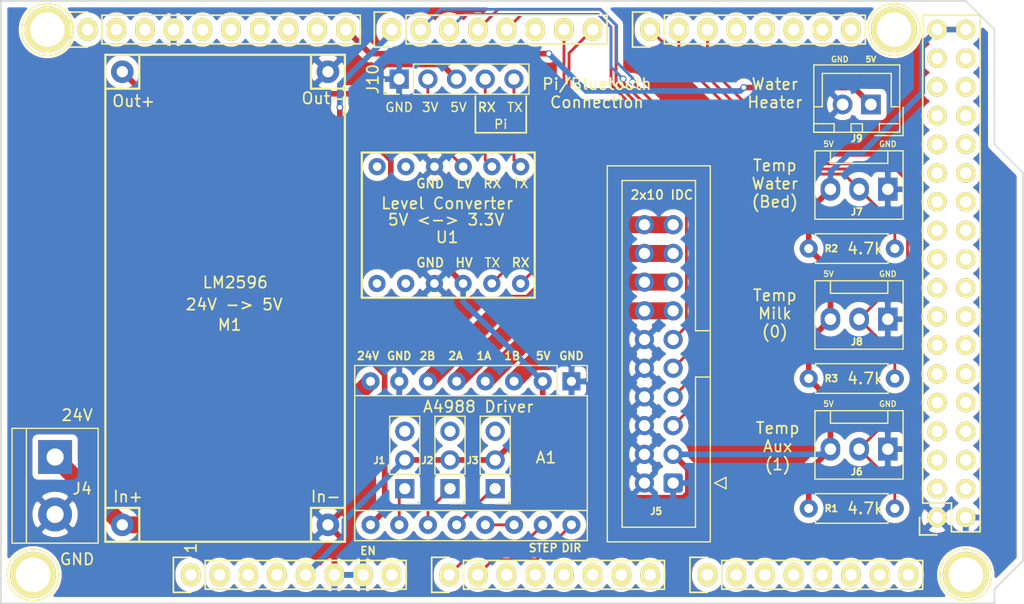
<source format=kicad_pcb>
(kicad_pcb (version 20171130) (host pcbnew 5.1.6-c6e7f7d~87~ubuntu18.04.1)
  (title_block (date "mar. 31 mars 2015"))
  (layers (0 F.Cu signal hide) (31 B.Cu signal hide) (34 B.Paste user hide) (35 F.Paste user hide) (36 B.SilkS user) (37 F.SilkS user) (38 B.Mask user) (39 F.Mask user) (44 Edge.Cuts user))
  (net 0 "")
  (net 1 GND)
  (net 2 "/52(SCK)")
  (net 3 "/53(SS)")
  (net 4 "/50(MISO)")
  (net 5 "/51(MOSI)")
  (net 6 /48)
  (net 7 /49)
  (net 8 /46)
  (net 9 /47)
  (net 10 /44)
  (net 11 /45)
  (net 12 /42)
  (net 13 /43)
  (net 14 /40)
  (net 15 /41)
  (net 16 /38)
  (net 17 /39)
  (net 18 /36)
  (net 19 /37)
  (net 20 /34)
  (net 21 /35)
  (net 22 /32)
  (net 23 /33)
  (net 24 /30)
  (net 25 /31)
  (net 26 /28)
  (net 27 /29)
  (net 28 /26)
  (net 29 /27)
  (net 30 /24)
  (net 31 /25)
  (net 32 /22)
  (net 33 /23)
  (net 34 +5V)
  (net 35 /IOREF)
  (net 36 /Reset)
  (net 37 /Vin)
  (net 38 /A2)
  (net 39 /A3)
  (net 40 /A4)
  (net 41 /A5)
  (net 42 /A6)
  (net 43 /A7)
  (net 44 /A8)
  (net 45 /A9)
  (net 46 /A10)
  (net 47 /A11)
  (net 48 /A12)
  (net 49 /A13)
  (net 50 /A14)
  (net 51 /A15)
  (net 52 /SCL)
  (net 53 /SDA)
  (net 54 /AREF)
  (net 55 "/13(**)")
  (net 56 "/12(**)")
  (net 57 "/11(**)")
  (net 58 "/10(**)")
  (net 59 "/9(**)")
  (net 60 "/2(**)")
  (net 61 "/20(SDA)")
  (net 62 "/21(SCL)")
  (net 63 "Net-(P8-Pad1)")
  (net 64 "Net-(P10-Pad1)")
  (net 65 "Net-(P11-Pad1)")
  (net 66 "Net-(P13-Pad1)")
  (net 67 "Net-(P2-Pad1)")
  (net 68 +3V3)
  (net 69 "/17(Rx2)")
  (net 70 "/18(Tx1)")
  (net 71 "/19(Rx1)")
  (net 72 EN)
  (net 73 "Net-(A1-Pad10)")
  (net 74 "Net-(A1-Pad11)")
  (net 75 "Net-(A1-Pad12)")
  (net 76 "Net-(A1-Pad13)")
  (net 77 STEP)
  (net 78 +24V)
  (net 79 DIR)
  (net 80 "Net-(J1-Pad3)")
  (net 81 "Net-(J2-Pad3)")
  (net 82 "Net-(J3-Pad3)")
  (net 83 TEMP_BED)
  (net 84 TEMP_1)
  (net 85 Heater1)
  (net 86 TEMP_0)
  (net 87 TX)
  (net 88 RX)
  (net 89 SERVO_2)
  (net 90 SERVO_0)
  (net 91 SERVO_1)
  (net 92 SERVO_3)
  (net 93 1B)
  (net 94 1A)
  (net 95 2A)
  (net 96 2B)
  (net 97 "Net-(J10-Pad5)")
  (net 98 "Net-(J10-Pad4)")
  (net 99 "Net-(J10-Pad2)")
  (net 100 "Net-(U1-Pad6)")
  (net 101 "Net-(U1-Pad5)")
  (net 102 "Net-(U1-Pad12)")
  (net 103 "Net-(U1-Pad11)")
  (module TomsPartsLibrary:LevelConverter (layer F.Cu) (at 88 11 180)
    (fp_text reference U1 (at 8 5.75) (layer F.SilkS))
    (fp_text value LevelConverter)
    (fp_text user HV (at 6.5 3.5) (layer F.SilkS) (effects (font (size 0.8 0.8))))
    (fp_text user GND (at 9.5 3.5) (layer F.SilkS) (effects (font (size 0.8 0.8))))
    (fp_text user GND (at 9.5 10.5) (layer F.SilkS) (effects (font (size 0.8 0.8))))
    (fp_text user LV (at 6.5 10.5) (layer F.SilkS) (effects (font (size 0.8 0.8))))
    (pad 6 thru_hole circle (at 14.2 12 180) (size 1.524 1.524) (drill 0.762) (layers *.Cu *.Mask) (net 100 "Net-(U1-Pad6)"))
    (pad 5 thru_hole circle (at 11.66 12 180) (size 1.524 1.524) (drill 0.762) (layers *.Cu *.Mask) (net 101 "Net-(U1-Pad5)"))
    (pad 4 thru_hole circle (at 9.12 12 180) (size 1.524 1.524) (drill 0.762) (layers *.Cu *.Mask) (net 1 GND))
    (pad 3 thru_hole circle (at 6.58 12 180) (size 1.524 1.524) (drill 0.762) (layers *.Cu *.Mask) (net 99 "Net-(J10-Pad2)"))
    (pad 2 thru_hole circle (at 4.04 12 180) (size 1.524 1.524) (drill 0.762) (layers *.Cu *.Mask) (net 98 "Net-(J10-Pad4)"))
    (pad 1 thru_hole circle (at 1.5 12 180) (size 1.524 1.524) (drill 0.762) (layers *.Cu *.Mask) (net 97 "Net-(J10-Pad5)"))
    (pad 12 thru_hole circle (at 14.21 1.66 180) (size 1.524 1.524) (drill 0.762) (layers *.Cu *.Mask) (net 102 "Net-(U1-Pad12)"))
    (pad 11 thru_hole circle (at 11.67 1.66 180) (size 1.524 1.524) (drill 0.762) (layers *.Cu *.Mask) (net 103 "Net-(U1-Pad11)"))
    (pad 10 thru_hole circle (at 9.13 1.66 180) (size 1.524 1.524) (drill 0.762) (layers *.Cu *.Mask) (net 1 GND))
    (pad 9 thru_hole circle (at 6.59 1.66 180) (size 1.524 1.524) (drill 0.762) (layers *.Cu *.Mask) (net 34 +5V))
    (pad 8 thru_hole circle (at 4.05 1.66 180) (size 1.524 1.524) (drill 0.762) (layers *.Cu *.Mask) (net 87 TX))
    (pad 7 thru_hole circle (at 1.5 1.65 180) (size 1.524 1.524) (drill 0.762) (layers *.Cu *.Mask) (net 88 RX))
  )
  (module Connector_PinHeader_2.54mm:PinHeader_1x05_P2.54mm_Vertical (layer F.Cu) (at 75.75 -8.75 90)
    (fp_text reference J10 (at 0 -2.33 90) (layer F.SilkS))
    (fp_text value Conn_01x05)
    (pad 5 thru_hole oval (at 0 10.16 90) (size 1.7 1.7) (drill 1) (layers *.Cu *.Mask) (net 97 "Net-(J10-Pad5)"))
    (pad 4 thru_hole oval (at 0 7.62 90) (size 1.7 1.7) (drill 1) (layers *.Cu *.Mask) (net 98 "Net-(J10-Pad4)"))
    (pad 3 thru_hole oval (at 0 5.08 90) (size 1.7 1.7) (drill 1) (layers *.Cu *.Mask) (net 34 +5V))
    (pad 2 thru_hole oval (at 0 2.54 90) (size 1.7 1.7) (drill 1) (layers *.Cu *.Mask) (net 99 "Net-(J10-Pad2)"))
    (pad 1 thru_hole rect (at 0 0 90) (size 1.7 1.7) (drill 1) (layers *.Cu *.Mask) (net 1 GND))
  )
  (module Connector_IDC:IDC-Header_2x10_P2.54mm_Vertical (layer F.Cu) (at 100 27 180)
    (fp_text reference J5 (at 1.5 -2.5) (layer F.SilkS) (effects (font (size 0.6 0.6))))
    (fp_text value Conn_02x10_Odd_Even)
    (pad 20 thru_hole circle (at 2.54 22.86 180) (size 1.7 1.7) (drill 1) (layers *.Cu *.Mask) (net 96 2B))
    (pad 18 thru_hole circle (at 2.54 20.32 180) (size 1.7 1.7) (drill 1) (layers *.Cu *.Mask) (net 95 2A))
    (pad 16 thru_hole circle (at 2.54 17.78 180) (size 1.7 1.7) (drill 1) (layers *.Cu *.Mask) (net 94 1A))
    (pad 14 thru_hole circle (at 2.54 15.24 180) (size 1.7 1.7) (drill 1) (layers *.Cu *.Mask) (net 93 1B))
    (pad 12 thru_hole circle (at 2.54 12.7 180) (size 1.7 1.7) (drill 1) (layers *.Cu *.Mask) (net 1 GND))
    (pad 10 thru_hole circle (at 2.54 10.16 180) (size 1.7 1.7) (drill 1) (layers *.Cu *.Mask) (net 1 GND))
    (pad 8 thru_hole circle (at 2.54 7.62 180) (size 1.7 1.7) (drill 1) (layers *.Cu *.Mask) (net 1 GND))
    (pad 6 thru_hole circle (at 2.54 5.08 180) (size 1.7 1.7) (drill 1) (layers *.Cu *.Mask) (net 1 GND))
    (pad 4 thru_hole circle (at 2.54 2.54 180) (size 1.7 1.7) (drill 1) (layers *.Cu *.Mask) (net 1 GND))
    (pad 2 thru_hole circle (at 2.54 0 180) (size 1.7 1.7) (drill 1) (layers *.Cu *.Mask) (net 1 GND))
    (pad 19 thru_hole circle (at 0 22.86 180) (size 1.7 1.7) (drill 1) (layers *.Cu *.Mask) (net 96 2B))
    (pad 17 thru_hole circle (at 0 20.32 180) (size 1.7 1.7) (drill 1) (layers *.Cu *.Mask) (net 95 2A))
    (pad 15 thru_hole circle (at 0 17.78 180) (size 1.7 1.7) (drill 1) (layers *.Cu *.Mask) (net 94 1A))
    (pad 13 thru_hole circle (at 0 15.24 180) (size 1.7 1.7) (drill 1) (layers *.Cu *.Mask) (net 93 1B))
    (pad 11 thru_hole circle (at 0 12.7 180) (size 1.7 1.7) (drill 1) (layers *.Cu *.Mask) (net 92 SERVO_3))
    (pad 9 thru_hole circle (at 0 10.16 180) (size 1.7 1.7) (drill 1) (layers *.Cu *.Mask) (net 89 SERVO_2))
    (pad 7 thru_hole circle (at 0 7.62 180) (size 1.7 1.7) (drill 1) (layers *.Cu *.Mask) (net 91 SERVO_1))
    (pad 5 thru_hole circle (at 0 5.08 180) (size 1.7 1.7) (drill 1) (layers *.Cu *.Mask) (net 90 SERVO_0))
    (pad 3 thru_hole circle (at 0 2.54 180) (size 1.7 1.7) (drill 1) (layers *.Cu *.Mask) (net 34 +5V))
    (pad 1 thru_hole roundrect (at 0 0 180) (size 1.7 1.7) (drill 1) (layers *.Cu *.Mask) (roundrect_rratio 0.147059) (net 1 GND))
  )
  (module Connectors_JST:JST_XH_B02B-XH-A_02x2.50mm_Straight (layer F.Cu) (at 117.5 -6.5 180)
    (fp_text reference J9 (at 1.25 -3) (layer F.SilkS) (effects (font (size 0.6 0.6))))
    (fp_text value "SSR Connection")
    (pad 1 thru_hole rect (at 0 0 180) (size 1.75 1.75) (drill 1.05) (layers *.Cu *.Mask) (net 85 Heater1))
    (pad 2 thru_hole circle (at 2.5 0 180) (size 1.75 1.75) (drill 1.05) (layers *.Cu *.Mask) (net 1 GND))
  )
  (module Resistors_THT:R_Axial_DIN0207_L6.3mm_D2.5mm_P7.62mm_Horizontal (layer F.Cu) (at 112 17.75)
    (fp_text reference R3 (at 2 0) (layer F.SilkS) (effects (font (size 0.6 0.6))))
    (fp_text value 4.7k)
    (pad 1 thru_hole circle (at 0 0) (size 1.6 1.6) (drill 0.8) (layers *.Cu *.Mask) (net 34 +5V))
    (pad 2 thru_hole oval (at 7.62 0) (size 1.6 1.6) (drill 0.8) (layers *.Cu *.Mask) (net 86 TEMP_0))
  )
  (module Resistors_THT:R_Axial_DIN0207_L6.3mm_D2.5mm_P7.62mm_Horizontal (layer F.Cu) (at 112 6.25)
    (fp_text reference R2 (at 2 0) (layer F.SilkS) (effects (font (size 0.6 0.6))))
    (fp_text value 4.7k)
    (pad 1 thru_hole circle (at 0 0) (size 1.6 1.6) (drill 0.8) (layers *.Cu *.Mask) (net 34 +5V))
    (pad 2 thru_hole oval (at 7.62 0) (size 1.6 1.6) (drill 0.8) (layers *.Cu *.Mask) (net 83 TEMP_BED))
  )
  (module Resistors_THT:R_Axial_DIN0207_L6.3mm_D2.5mm_P7.62mm_Horizontal (layer F.Cu) (at 112 29.25)
    (fp_text reference R1 (at 2 0) (layer F.SilkS) (effects (font (size 0.6 0.6))))
    (fp_text value 4.7k)
    (pad 1 thru_hole circle (at 0 0) (size 1.6 1.6) (drill 0.8) (layers *.Cu *.Mask) (net 34 +5V))
    (pad 2 thru_hole oval (at 7.62 0) (size 1.6 1.6) (drill 0.8) (layers *.Cu *.Mask) (net 84 TEMP_1))
  )
  (module TomsPartsLibrary:LM2596 (layer F.Cu) (at 49.75 32.2)
    (fp_text reference M1 (at 11 -19.2) (layer F.SilkS))
    (fp_text value LM2596)
    (pad 4 thru_hole circle (at 19.7 -41.6 180) (size 2 2) (drill 1) (layers *.Cu *.Mask) (net 1 GND))
    (pad 1 thru_hole circle (at 1.5 -41.6 270) (size 2 2) (drill 1) (layers *.Cu *.Mask) (net 34 +5V))
    (pad 3 thru_hole circle (at 19.7 -1.5 90) (size 2 2) (drill 1) (layers *.Cu *.Mask) (net 1 GND))
    (pad 2 thru_hole circle (at 1.5 -1.5) (size 2 2) (drill 1) (layers *.Cu *.Mask) (net 78 +24V))
  )
  (module Connectors:Fan_Pin_Header_Straight_1x03 (layer F.Cu) (at 119 12.5 270)
    (fp_text reference J8 (at 2 2.75 180) (layer F.SilkS) (effects (font (size 0.6 0.6))))
    (fp_text value "Temp0 3PinFan")
    (pad 1 thru_hole rect (at 0 0 270) (size 2.03 1.73) (drill 1.02) (layers *.Cu *.Mask) (net 1 GND))
    (pad 2 thru_hole oval (at 0 2.54 270) (size 2.03 1.73) (drill 1.02) (layers *.Cu *.Mask) (net 86 TEMP_0))
    (pad 3 thru_hole oval (at 0 5.08 270) (size 2.03 1.73) (drill 1.02) (layers *.Cu *.Mask) (net 34 +5V))
  )
  (module Connectors:Fan_Pin_Header_Straight_1x03 (layer F.Cu) (at 119 1 270)
    (fp_text reference J7 (at 2 2.75 180) (layer F.SilkS) (effects (font (size 0.6 0.6))))
    (fp_text value "TempBed 3PinFan")
    (pad 1 thru_hole rect (at 0 0 270) (size 2.03 1.73) (drill 1.02) (layers *.Cu *.Mask) (net 1 GND))
    (pad 2 thru_hole oval (at 0 2.54 270) (size 2.03 1.73) (drill 1.02) (layers *.Cu *.Mask) (net 83 TEMP_BED))
    (pad 3 thru_hole oval (at 0 5.08 270) (size 2.03 1.73) (drill 1.02) (layers *.Cu *.Mask) (net 34 +5V))
  )
  (module Connectors:Fan_Pin_Header_Straight_1x03 (layer F.Cu) (at 119 24 270)
    (fp_text reference J6 (at 2 2.75 180) (layer F.SilkS) (effects (font (size 0.6 0.6))))
    (fp_text value "Temp1 3PinFan")
    (pad 1 thru_hole rect (at 0 0 270) (size 2.03 1.73) (drill 1.02) (layers *.Cu *.Mask) (net 1 GND))
    (pad 2 thru_hole oval (at 0 2.54 270) (size 2.03 1.73) (drill 1.02) (layers *.Cu *.Mask) (net 84 TEMP_1))
    (pad 3 thru_hole oval (at 0 5.08 270) (size 2.03 1.73) (drill 1.02) (layers *.Cu *.Mask) (net 34 +5V))
  )
  (module Connectors_Terminal_Blocks:TerminalBlock_bornier-2_P5.08mm (layer F.Cu) (at 45.3 24.7 270)
    (fp_text reference J4 (at 2.8 -2.4 180) (layer F.SilkS))
    (fp_text value "Power Screw Terminal")
    (pad 1 thru_hole rect (at 0 0 270) (size 3 3) (drill 1.52) (layers *.Cu *.Mask) (net 78 +24V))
    (pad 2 thru_hole circle (at 5.08 0 270) (size 3 3) (drill 1.52) (layers *.Cu *.Mask) (net 1 GND))
  )
  (module Pin_Headers:Pin_Header_Straight_1x03_Pitch2.54mm (layer F.Cu) (at 84.25 27.5 180)
    (fp_text reference J3 (at 2 2.5) (layer F.SilkS) (effects (font (size 0.6 0.6))))
    (fp_text value "MS1 Toggle")
    (pad 1 thru_hole rect (at 0 0 180) (size 1.7 1.7) (drill 1) (layers *.Cu *.Mask) (net 75 "Net-(A1-Pad12)"))
    (pad 2 thru_hole oval (at 0 2.54 180) (size 1.7 1.7) (drill 1) (layers *.Cu *.Mask) (net 34 +5V))
    (pad 3 thru_hole oval (at 0 5.08 180) (size 1.7 1.7) (drill 1) (layers *.Cu *.Mask) (net 82 "Net-(J3-Pad3)"))
  )
  (module Pin_Headers:Pin_Header_Straight_1x03_Pitch2.54mm (layer F.Cu) (at 80.25 27.5 180)
    (fp_text reference J2 (at 2 2.5) (layer F.SilkS) (effects (font (size 0.6 0.6))))
    (fp_text value "MS2 Toggle")
    (pad 1 thru_hole rect (at 0 0 180) (size 1.7 1.7) (drill 1) (layers *.Cu *.Mask) (net 74 "Net-(A1-Pad11)"))
    (pad 2 thru_hole oval (at 0 2.54 180) (size 1.7 1.7) (drill 1) (layers *.Cu *.Mask) (net 34 +5V))
    (pad 3 thru_hole oval (at 0 5.08 180) (size 1.7 1.7) (drill 1) (layers *.Cu *.Mask) (net 81 "Net-(J2-Pad3)"))
  )
  (module Pin_Headers:Pin_Header_Straight_1x03_Pitch2.54mm (layer F.Cu) (at 76.25 27.5 180)
    (fp_text reference J1 (at 2.25 2.5) (layer F.SilkS) (effects (font (size 0.6 0.6))))
    (fp_text value "MS3 Toggle")
    (pad 1 thru_hole rect (at 0 0 180) (size 1.7 1.7) (drill 1) (layers *.Cu *.Mask) (net 73 "Net-(A1-Pad10)"))
    (pad 2 thru_hole oval (at 0 2.54 180) (size 1.7 1.7) (drill 1) (layers *.Cu *.Mask) (net 34 +5V))
    (pad 3 thru_hole oval (at 0 5.08 180) (size 1.7 1.7) (drill 1) (layers *.Cu *.Mask) (net 80 "Net-(J1-Pad3)"))
  )
  (module Modules:Pololu_Breakout-16_15.2x20.3mm (layer F.Cu) (at 91 18 270)
    (fp_text reference A1 (at 6.75 2.25 180) (layer F.SilkS))
    (fp_text value Pololu_Breakout_A4988)
    (pad 1 thru_hole rect (at 0 0 270) (size 1.6 1.6) (drill 0.8) (layers *.Cu *.Mask) (net 1 GND))
    (pad 9 thru_hole oval (at 12.7 17.78 270) (size 1.6 1.6) (drill 0.8) (layers *.Cu *.Mask) (net 72 EN))
    (pad 2 thru_hole oval (at 0 2.54 270) (size 1.6 1.6) (drill 0.8) (layers *.Cu *.Mask) (net 34 +5V))
    (pad 10 thru_hole oval (at 12.7 15.24 270) (size 1.6 1.6) (drill 0.8) (layers *.Cu *.Mask) (net 73 "Net-(A1-Pad10)"))
    (pad 3 thru_hole oval (at 0 5.08 270) (size 1.6 1.6) (drill 0.8) (layers *.Cu *.Mask) (net 93 1B))
    (pad 11 thru_hole oval (at 12.7 12.7 270) (size 1.6 1.6) (drill 0.8) (layers *.Cu *.Mask) (net 74 "Net-(A1-Pad11)"))
    (pad 4 thru_hole oval (at 0 7.62 270) (size 1.6 1.6) (drill 0.8) (layers *.Cu *.Mask) (net 94 1A))
    (pad 12 thru_hole oval (at 12.7 10.16 270) (size 1.6 1.6) (drill 0.8) (layers *.Cu *.Mask) (net 75 "Net-(A1-Pad12)"))
    (pad 5 thru_hole oval (at 0 10.16 270) (size 1.6 1.6) (drill 0.8) (layers *.Cu *.Mask) (net 95 2A))
    (pad 13 thru_hole oval (at 12.7 7.62 270) (size 1.6 1.6) (drill 0.8) (layers *.Cu *.Mask) (net 76 "Net-(A1-Pad13)"))
    (pad 6 thru_hole oval (at 0 12.7 270) (size 1.6 1.6) (drill 0.8) (layers *.Cu *.Mask) (net 96 2B))
    (pad 14 thru_hole oval (at 12.7 5.08 270) (size 1.6 1.6) (drill 0.8) (layers *.Cu *.Mask) (net 76 "Net-(A1-Pad13)"))
    (pad 7 thru_hole oval (at 0 15.24 270) (size 1.6 1.6) (drill 0.8) (layers *.Cu *.Mask) (net 1 GND))
    (pad 15 thru_hole oval (at 12.7 2.54 270) (size 1.6 1.6) (drill 0.8) (layers *.Cu *.Mask) (net 77 STEP))
    (pad 8 thru_hole oval (at 0 17.78 270) (size 1.6 1.6) (drill 0.8) (layers *.Cu *.Mask) (net 78 +24V))
    (pad 16 thru_hole oval (at 12.7 0 270) (size 1.6 1.6) (drill 0.8) (layers *.Cu *.Mask) (net 79 DIR))
  )
  (module Socket_Arduino_Mega:Socket_Strip_Arduino_2x18 (layer F.Cu) (at 123.358 30.046 90)
    (fp_text reference P1 hide)
    (fp_text value Digital)
    (pad 1 thru_hole circle (at 0 0 90) (size 1.7272 1.7272) (drill 1.016) (layers *.Cu *.Mask F.SilkS) (net 1 GND))
    (pad 2 thru_hole oval (at 0 2.54 90) (size 1.7272 1.7272) (drill 1.016) (layers *.Cu *.Mask F.SilkS) (net 1 GND))
    (pad 3 thru_hole oval (at 2.54 0 90) (size 1.7272 1.7272) (drill 1.016) (layers *.Cu *.Mask F.SilkS) (net 2 "/52(SCK)"))
    (pad 4 thru_hole oval (at 2.54 2.54 90) (size 1.7272 1.7272) (drill 1.016) (layers *.Cu *.Mask F.SilkS) (net 3 "/53(SS)"))
    (pad 5 thru_hole oval (at 5.08 0 90) (size 1.7272 1.7272) (drill 1.016) (layers *.Cu *.Mask F.SilkS) (net 4 "/50(MISO)"))
    (pad 6 thru_hole oval (at 5.08 2.54 90) (size 1.7272 1.7272) (drill 1.016) (layers *.Cu *.Mask F.SilkS) (net 5 "/51(MOSI)"))
    (pad 7 thru_hole oval (at 7.62 0 90) (size 1.7272 1.7272) (drill 1.016) (layers *.Cu *.Mask F.SilkS) (net 6 /48))
    (pad 8 thru_hole oval (at 7.62 2.54 90) (size 1.7272 1.7272) (drill 1.016) (layers *.Cu *.Mask F.SilkS) (net 7 /49))
    (pad 9 thru_hole oval (at 10.16 0 90) (size 1.7272 1.7272) (drill 1.016) (layers *.Cu *.Mask F.SilkS) (net 8 /46))
    (pad 10 thru_hole oval (at 10.16 2.54 90) (size 1.7272 1.7272) (drill 1.016) (layers *.Cu *.Mask F.SilkS) (net 9 /47))
    (pad 11 thru_hole oval (at 12.7 0 90) (size 1.7272 1.7272) (drill 1.016) (layers *.Cu *.Mask F.SilkS) (net 10 /44))
    (pad 12 thru_hole oval (at 12.7 2.54 90) (size 1.7272 1.7272) (drill 1.016) (layers *.Cu *.Mask F.SilkS) (net 11 /45))
    (pad 13 thru_hole oval (at 15.24 0 90) (size 1.7272 1.7272) (drill 1.016) (layers *.Cu *.Mask F.SilkS) (net 12 /42))
    (pad 14 thru_hole oval (at 15.24 2.54 90) (size 1.7272 1.7272) (drill 1.016) (layers *.Cu *.Mask F.SilkS) (net 13 /43))
    (pad 15 thru_hole oval (at 17.78 0 90) (size 1.7272 1.7272) (drill 1.016) (layers *.Cu *.Mask F.SilkS) (net 14 /40))
    (pad 16 thru_hole oval (at 17.78 2.54 90) (size 1.7272 1.7272) (drill 1.016) (layers *.Cu *.Mask F.SilkS) (net 15 /41))
    (pad 17 thru_hole oval (at 20.32 0 90) (size 1.7272 1.7272) (drill 1.016) (layers *.Cu *.Mask F.SilkS) (net 16 /38))
    (pad 18 thru_hole oval (at 20.32 2.54 90) (size 1.7272 1.7272) (drill 1.016) (layers *.Cu *.Mask F.SilkS) (net 17 /39))
    (pad 19 thru_hole oval (at 22.86 0 90) (size 1.7272 1.7272) (drill 1.016) (layers *.Cu *.Mask F.SilkS) (net 18 /36))
    (pad 20 thru_hole oval (at 22.86 2.54 90) (size 1.7272 1.7272) (drill 1.016) (layers *.Cu *.Mask F.SilkS) (net 19 /37))
    (pad 21 thru_hole oval (at 25.4 0 90) (size 1.7272 1.7272) (drill 1.016) (layers *.Cu *.Mask F.SilkS) (net 20 /34))
    (pad 22 thru_hole oval (at 25.4 2.54 90) (size 1.7272 1.7272) (drill 1.016) (layers *.Cu *.Mask F.SilkS) (net 21 /35))
    (pad 23 thru_hole oval (at 27.94 0 90) (size 1.7272 1.7272) (drill 1.016) (layers *.Cu *.Mask F.SilkS) (net 22 /32))
    (pad 24 thru_hole oval (at 27.94 2.54 90) (size 1.7272 1.7272) (drill 1.016) (layers *.Cu *.Mask F.SilkS) (net 23 /33))
    (pad 25 thru_hole oval (at 30.48 0 90) (size 1.7272 1.7272) (drill 1.016) (layers *.Cu *.Mask F.SilkS) (net 24 /30))
    (pad 26 thru_hole oval (at 30.48 2.54 90) (size 1.7272 1.7272) (drill 1.016) (layers *.Cu *.Mask F.SilkS) (net 25 /31))
    (pad 27 thru_hole oval (at 33.02 0 90) (size 1.7272 1.7272) (drill 1.016) (layers *.Cu *.Mask F.SilkS) (net 26 /28))
    (pad 28 thru_hole oval (at 33.02 2.54 90) (size 1.7272 1.7272) (drill 1.016) (layers *.Cu *.Mask F.SilkS) (net 27 /29))
    (pad 29 thru_hole oval (at 35.56 0 90) (size 1.7272 1.7272) (drill 1.016) (layers *.Cu *.Mask F.SilkS) (net 28 /26))
    (pad 30 thru_hole oval (at 35.56 2.54 90) (size 1.7272 1.7272) (drill 1.016) (layers *.Cu *.Mask F.SilkS) (net 29 /27))
    (pad 31 thru_hole oval (at 38.1 0 90) (size 1.7272 1.7272) (drill 1.016) (layers *.Cu *.Mask F.SilkS) (net 30 /24))
    (pad 32 thru_hole oval (at 38.1 2.54 90) (size 1.7272 1.7272) (drill 1.016) (layers *.Cu *.Mask F.SilkS) (net 31 /25))
    (pad 33 thru_hole oval (at 40.64 0 90) (size 1.7272 1.7272) (drill 1.016) (layers *.Cu *.Mask F.SilkS) (net 32 /22))
    (pad 34 thru_hole oval (at 40.64 2.54 90) (size 1.7272 1.7272) (drill 1.016) (layers *.Cu *.Mask F.SilkS) (net 33 /23))
    (pad 35 thru_hole oval (at 43.18 0 90) (size 1.7272 1.7272) (drill 1.016) (layers *.Cu *.Mask F.SilkS) (net 34 +5V))
    (pad 36 thru_hole oval (at 43.18 2.54 90) (size 1.7272 1.7272) (drill 1.016) (layers *.Cu *.Mask F.SilkS) (net 34 +5V))
  )
  (module Socket_Arduino_Mega:Socket_Strip_Arduino_1x08 (layer F.Cu) (at 57.318 35.126)
    (fp_text reference P2 hide)
    (fp_text value Power)
    (pad 1 thru_hole oval (at 0 0) (size 1.7272 2.032) (drill 1.016) (layers *.Cu *.Mask F.SilkS) (net 67 "Net-(P2-Pad1)"))
    (pad 2 thru_hole oval (at 2.54 0) (size 1.7272 2.032) (drill 1.016) (layers *.Cu *.Mask F.SilkS) (net 35 /IOREF))
    (pad 3 thru_hole oval (at 5.08 0) (size 1.7272 2.032) (drill 1.016) (layers *.Cu *.Mask F.SilkS) (net 36 /Reset))
    (pad 4 thru_hole oval (at 7.62 0) (size 1.7272 2.032) (drill 1.016) (layers *.Cu *.Mask F.SilkS) (net 68 +3V3))
    (pad 5 thru_hole oval (at 10.16 0) (size 1.7272 2.032) (drill 1.016) (layers *.Cu *.Mask F.SilkS) (net 34 +5V))
    (pad 6 thru_hole oval (at 12.7 0) (size 1.7272 2.032) (drill 1.016) (layers *.Cu *.Mask F.SilkS) (net 1 GND))
    (pad 7 thru_hole oval (at 15.24 0) (size 1.7272 2.032) (drill 1.016) (layers *.Cu *.Mask F.SilkS) (net 1 GND))
    (pad 8 thru_hole oval (at 17.78 0) (size 1.7272 2.032) (drill 1.016) (layers *.Cu *.Mask F.SilkS) (net 37 /Vin))
  )
  (module Socket_Arduino_Mega:Socket_Strip_Arduino_1x08 (layer F.Cu) (at 80.178 35.126)
    (fp_text reference P3 hide)
    (fp_text value Analog)
    (pad 1 thru_hole oval (at 0 0) (size 1.7272 2.032) (drill 1.016) (layers *.Cu *.Mask F.SilkS) (net 77 STEP))
    (pad 2 thru_hole oval (at 2.54 0) (size 1.7272 2.032) (drill 1.016) (layers *.Cu *.Mask F.SilkS) (net 79 DIR))
    (pad 3 thru_hole oval (at 5.08 0) (size 1.7272 2.032) (drill 1.016) (layers *.Cu *.Mask F.SilkS) (net 38 /A2))
    (pad 4 thru_hole oval (at 7.62 0) (size 1.7272 2.032) (drill 1.016) (layers *.Cu *.Mask F.SilkS) (net 39 /A3))
    (pad 5 thru_hole oval (at 10.16 0) (size 1.7272 2.032) (drill 1.016) (layers *.Cu *.Mask F.SilkS) (net 40 /A4))
    (pad 6 thru_hole oval (at 12.7 0) (size 1.7272 2.032) (drill 1.016) (layers *.Cu *.Mask F.SilkS) (net 41 /A5))
    (pad 7 thru_hole oval (at 15.24 0) (size 1.7272 2.032) (drill 1.016) (layers *.Cu *.Mask F.SilkS) (net 42 /A6))
    (pad 8 thru_hole oval (at 17.78 0) (size 1.7272 2.032) (drill 1.016) (layers *.Cu *.Mask F.SilkS) (net 43 /A7))
  )
  (module Socket_Arduino_Mega:Socket_Strip_Arduino_1x08 (layer F.Cu) (at 103.038 35.126)
    (fp_text reference P4 hide)
    (fp_text value Analog)
    (pad 1 thru_hole oval (at 0 0) (size 1.7272 2.032) (drill 1.016) (layers *.Cu *.Mask F.SilkS) (net 44 /A8))
    (pad 2 thru_hole oval (at 2.54 0) (size 1.7272 2.032) (drill 1.016) (layers *.Cu *.Mask F.SilkS) (net 45 /A9))
    (pad 3 thru_hole oval (at 5.08 0) (size 1.7272 2.032) (drill 1.016) (layers *.Cu *.Mask F.SilkS) (net 46 /A10))
    (pad 4 thru_hole oval (at 7.62 0) (size 1.7272 2.032) (drill 1.016) (layers *.Cu *.Mask F.SilkS) (net 47 /A11))
    (pad 5 thru_hole oval (at 10.16 0) (size 1.7272 2.032) (drill 1.016) (layers *.Cu *.Mask F.SilkS) (net 48 /A12))
    (pad 6 thru_hole oval (at 12.7 0) (size 1.7272 2.032) (drill 1.016) (layers *.Cu *.Mask F.SilkS) (net 49 /A13))
    (pad 7 thru_hole oval (at 15.24 0) (size 1.7272 2.032) (drill 1.016) (layers *.Cu *.Mask F.SilkS) (net 50 /A14))
    (pad 8 thru_hole oval (at 17.78 0) (size 1.7272 2.032) (drill 1.016) (layers *.Cu *.Mask F.SilkS) (net 51 /A15))
  )
  (module Socket_Arduino_Mega:Socket_Strip_Arduino_1x10 (layer F.Cu) (at 48.174 -13.134)
    (fp_text reference P5 hide)
    (fp_text value PWM)
    (pad 1 thru_hole oval (at 0 0) (size 1.7272 2.032) (drill 1.016) (layers *.Cu *.Mask F.SilkS) (net 52 /SCL))
    (pad 2 thru_hole oval (at 2.54 0) (size 1.7272 2.032) (drill 1.016) (layers *.Cu *.Mask F.SilkS) (net 53 /SDA))
    (pad 3 thru_hole oval (at 5.08 0) (size 1.7272 2.032) (drill 1.016) (layers *.Cu *.Mask F.SilkS) (net 54 /AREF))
    (pad 4 thru_hole oval (at 7.62 0) (size 1.7272 2.032) (drill 1.016) (layers *.Cu *.Mask F.SilkS) (net 1 GND))
    (pad 5 thru_hole oval (at 10.16 0) (size 1.7272 2.032) (drill 1.016) (layers *.Cu *.Mask F.SilkS) (net 55 "/13(**)"))
    (pad 6 thru_hole oval (at 12.7 0) (size 1.7272 2.032) (drill 1.016) (layers *.Cu *.Mask F.SilkS) (net 56 "/12(**)"))
    (pad 7 thru_hole oval (at 15.24 0) (size 1.7272 2.032) (drill 1.016) (layers *.Cu *.Mask F.SilkS) (net 57 "/11(**)"))
    (pad 8 thru_hole oval (at 17.78 0) (size 1.7272 2.032) (drill 1.016) (layers *.Cu *.Mask F.SilkS) (net 58 "/10(**)"))
    (pad 9 thru_hole oval (at 20.32 0) (size 1.7272 2.032) (drill 1.016) (layers *.Cu *.Mask F.SilkS) (net 59 "/9(**)"))
    (pad 10 thru_hole oval (at 22.86 0) (size 1.7272 2.032) (drill 1.016) (layers *.Cu *.Mask F.SilkS) (net 85 Heater1))
  )
  (module Socket_Arduino_Mega:Socket_Strip_Arduino_1x08 (layer F.Cu) (at 75.098 -13.134)
    (fp_text reference P6 hide)
    (fp_text value PWM)
    (pad 1 thru_hole oval (at 0 0) (size 1.7272 2.032) (drill 1.016) (layers *.Cu *.Mask F.SilkS) (net 72 EN))
    (pad 2 thru_hole oval (at 2.54 0) (size 1.7272 2.032) (drill 1.016) (layers *.Cu *.Mask F.SilkS) (net 90 SERVO_0))
    (pad 3 thru_hole oval (at 5.08 0) (size 1.7272 2.032) (drill 1.016) (layers *.Cu *.Mask F.SilkS) (net 91 SERVO_1))
    (pad 4 thru_hole oval (at 7.62 0) (size 1.7272 2.032) (drill 1.016) (layers *.Cu *.Mask F.SilkS) (net 89 SERVO_2))
    (pad 5 thru_hole oval (at 10.16 0) (size 1.7272 2.032) (drill 1.016) (layers *.Cu *.Mask F.SilkS) (net 92 SERVO_3))
    (pad 6 thru_hole oval (at 12.7 0) (size 1.7272 2.032) (drill 1.016) (layers *.Cu *.Mask F.SilkS) (net 60 "/2(**)"))
    (pad 7 thru_hole oval (at 15.24 0) (size 1.7272 2.032) (drill 1.016) (layers *.Cu *.Mask F.SilkS) (net 87 TX))
    (pad 8 thru_hole oval (at 17.78 0) (size 1.7272 2.032) (drill 1.016) (layers *.Cu *.Mask F.SilkS) (net 88 RX))
  )
  (module Socket_Arduino_Mega:Socket_Strip_Arduino_1x08 (layer F.Cu) (at 97.958 -13.134)
    (fp_text reference P7 hide)
    (fp_text value Communication)
    (pad 1 thru_hole oval (at 0 0) (size 1.7272 2.032) (drill 1.016) (layers *.Cu *.Mask F.SilkS) (net 83 TEMP_BED))
    (pad 2 thru_hole oval (at 2.54 0) (size 1.7272 2.032) (drill 1.016) (layers *.Cu *.Mask F.SilkS) (net 86 TEMP_0))
    (pad 3 thru_hole oval (at 5.08 0) (size 1.7272 2.032) (drill 1.016) (layers *.Cu *.Mask F.SilkS) (net 84 TEMP_1))
    (pad 4 thru_hole oval (at 7.62 0) (size 1.7272 2.032) (drill 1.016) (layers *.Cu *.Mask F.SilkS) (net 69 "/17(Rx2)"))
    (pad 5 thru_hole oval (at 10.16 0) (size 1.7272 2.032) (drill 1.016) (layers *.Cu *.Mask F.SilkS) (net 70 "/18(Tx1)"))
    (pad 6 thru_hole oval (at 12.7 0) (size 1.7272 2.032) (drill 1.016) (layers *.Cu *.Mask F.SilkS) (net 71 "/19(Rx1)"))
    (pad 7 thru_hole oval (at 15.24 0) (size 1.7272 2.032) (drill 1.016) (layers *.Cu *.Mask F.SilkS) (net 61 "/20(SDA)"))
    (pad 8 thru_hole oval (at 17.78 0) (size 1.7272 2.032) (drill 1.016) (layers *.Cu *.Mask F.SilkS) (net 62 "/21(SCL)"))
  )
  (module Socket_Arduino_Mega:Arduino_1pin (layer F.Cu) (at 43.348 35.126)
    (fp_text reference P8 hide)
    (fp_text value CONN_01X01 hide)
    (pad 1 thru_hole circle (at 0 0) (size 4.064 4.064) (drill 3.048) (layers *.Cu *.Mask F.SilkS) (net 63 "Net-(P8-Pad1)"))
  )
  (module Socket_Arduino_Mega:Arduino_1pin (layer F.Cu) (at 125.898 35.126)
    (fp_text reference P10 hide)
    (fp_text value CONN_01X01 hide)
    (pad 1 thru_hole circle (at 0 0) (size 4.064 4.064) (drill 3.048) (layers *.Cu *.Mask F.SilkS) (net 64 "Net-(P10-Pad1)"))
  )
  (module Socket_Arduino_Mega:Arduino_1pin (layer F.Cu) (at 44.618 -13.134)
    (fp_text reference P11 hide)
    (fp_text value CONN_01X01 hide)
    (pad 1 thru_hole circle (at 0 0) (size 4.064 4.064) (drill 3.048) (layers *.Cu *.Mask F.SilkS) (net 65 "Net-(P11-Pad1)"))
  )
  (module Socket_Arduino_Mega:Arduino_1pin (layer F.Cu) (at 119.548 -13.134)
    (fp_text reference P13 hide)
    (fp_text value CONN_01X01 hide)
    (pad 1 thru_hole circle (at 0 0) (size 4.064 4.064) (drill 3.048) (layers *.Cu *.Mask F.SilkS) (net 66 "Net-(P13-Pad1)"))
  )
  (gr_text GND (at 91 15.75) (layer F.SilkS) (effects (font (size 0.7 0.7))))
  (gr_text 5V (at 88.5 15.75) (layer F.SilkS) (effects (font (size 0.7 0.7))))
  (gr_text 1B (at 85.75 15.75) (layer F.SilkS) (effects (font (size 0.7 0.7))))
  (gr_text 1A (at 83.25 15.75) (layer F.SilkS) (effects (font (size 0.7 0.7))))
  (gr_text 2A (at 80.75 15.75) (layer F.SilkS) (effects (font (size 0.7 0.7))))
  (gr_text 2B (at 78.25 15.75) (layer F.SilkS) (effects (font (size 0.7 0.7))))
  (gr_text GND (at 75.75 15.75) (layer F.SilkS) (effects (font (size 0.7 0.7))))
  (gr_text 24V (at 73 15.75) (layer F.SilkS) (effects (font (size 0.7 0.7))))
  (gr_text DIR (at 91 32.75) (layer F.SilkS) (effects (font (size 0.7 0.7))))
  (gr_text STEP (at 88.5 32.75) (layer F.SilkS) (effects (font (size 0.7 0.7))))
  (gr_text EN (at 73 33) (layer F.SilkS) (effects (font (size 0.7 0.7))))
  (gr_text RX (at 86.5 7.5) (layer F.SilkS) (effects (font (size 0.8 0.8))))
  (gr_text TX (at 84 7.5) (layer F.SilkS) (effects (font (size 0.8 0.8) (thickness 0.125))))
  (gr_text RX (at 84 0.5) (layer F.SilkS) (effects (font (size 0.8 0.8))))
  (gr_text TX (at 86.5 0.5) (layer F.SilkS) (effects (font (size 0.8 0.8) (thickness 0.125))))
  (gr_text "Pi/Bluetooth\nConnection" (at 93.25 -7.5) (layer F.SilkS) (effects (font (size 1 1))))
  (gr_text Out- (at 69 -7.05) (layer F.SilkS) (effects (font (size 1 1))))
  (gr_text "2x10 IDC" (at 99 1.5) (layer F.SilkS) (effects (font (size 0.8 0.8))))
  (gr_text "5V <-> 3.3V" (at 79.9 3.7) (layer F.SilkS) (effects (font (size 1 1))))
  (gr_text "Level Converter" (at 80 2.25) (layer F.SilkS) (effects (font (size 1 1))))
  (gr_line (start 87 -4) (end 87 -7.25) (layer F.SilkS) (width 0.15))
  (gr_line (start 82.5 -4) (end 87 -4) (layer F.SilkS) (width 0.15))
  (gr_line (start 82.5 -7.25) (end 82.5 -4) (layer F.SilkS) (width 0.15))
  (gr_text Pi (at 84.75 -4.75) (layer F.SilkS) (effects (font (size 0.8 0.8) (thickness 0.125))))
  (gr_text 3V (at 78.5 -6.25) (layer F.SilkS) (effects (font (size 0.8 0.8) (thickness 0.125))))
  (gr_text RX (at 83.5 -6.25) (layer F.SilkS) (effects (font (size 0.8 0.8))))
  (gr_text TX (at 86 -6.25) (layer F.SilkS) (effects (font (size 0.8 0.8) (thickness 0.125))))
  (gr_text GND (at 75.75 -6.25) (layer F.SilkS) (effects (font (size 0.8 0.8) (thickness 0.125))))
  (gr_text 5V (at 81 -6.25) (layer F.SilkS) (effects (font (size 0.8 0.8) (thickness 0.125))))
  (gr_text 5V (at 113.75 -3) (layer F.SilkS) (effects (font (size 0.5 0.5) (thickness 0.1))))
  (gr_text 5V (at 113.75 8.5) (layer F.SilkS) (effects (font (size 0.5 0.5) (thickness 0.1))))
  (gr_text 5V (at 113.75 20) (layer F.SilkS) (effects (font (size 0.5 0.5) (thickness 0.1))))
  (gr_text GND (at 119 20) (layer F.SilkS) (effects (font (size 0.5 0.5) (thickness 0.1))))
  (gr_text GND (at 119 8.5) (layer F.SilkS) (effects (font (size 0.5 0.5) (thickness 0.1))))
  (gr_text GND (at 119 -3) (layer F.SilkS) (effects (font (size 0.5 0.5) (thickness 0.1))))
  (gr_text 5V (at 117.5 -10.5) (layer F.SilkS) (effects (font (size 0.5 0.5) (thickness 0.125))))
  (gr_text GND (at 114.75 -10.5) (layer F.SilkS) (effects (font (size 0.5 0.5) (thickness 0.1))))
  (gr_text "A4988 Driver" (at 82.75 20.25) (layer F.SilkS) (effects (font (size 1 1))))
  (gr_text "Water\nHeater" (at 109 -7.5) (layer F.SilkS) (effects (font (size 1 1))))
  (gr_text "Temp\nAux\n(1)" (at 109.25 23.75) (layer F.SilkS) (effects (font (size 1 1))))
  (gr_text "Temp\nMilk\n(0)" (at 109 12) (layer F.SilkS) (effects (font (size 1 1))))
  (gr_text "Temp\nWater\n(Bed)" (at 109 0.5) (layer F.SilkS) (effects (font (size 1 1))))
  (gr_text 4.7k (at 117 29.25) (layer F.SilkS) (effects (font (size 1 1))))
  (gr_text 4.7k (at 117 17.75) (layer F.SilkS) (effects (font (size 1 1))))
  (gr_text 4.7k (at 117 6.25) (layer F.SilkS) (effects (font (size 1 1))))
  (gr_text LM2596 (at 61.25 9.25) (layer F.SilkS) (effects (font (size 1 1))))
  (gr_text "24V -> 5V" (at 61.15 11.2) (layer F.SilkS) (effects (font (size 1 1))))
  (gr_text Out+ (at 52.25 -6.8) (layer F.SilkS) (effects (font (size 1 1))))
  (gr_text In- (at 69.25 28.2) (layer F.SilkS) (effects (font (size 1 1))))
  (gr_text In+ (at 51.75 28.2) (layer F.SilkS) (effects (font (size 1 1))))
  (gr_text GND (at 47.25 33.75) (layer F.SilkS) (effects (font (size 1 1))))
  (gr_text 24V (at 47.25 21) (layer F.SilkS) (effects (font (size 1 1))))
  (gr_text 1 (at 57.318 32.75 90) (layer F.SilkS) (effects (font (size 1 1))))
  (gr_line (start 128.438 37.666) (end 40.5 37.666) (angle 90) (layer Edge.Cuts) (width 0.15))
  (gr_line (start 128.438 36.396) (end 128.438 37.666) (angle 90) (layer Edge.Cuts) (width 0.15))
  (gr_line (start 130.978 33.856) (end 128.438 36.396) (angle 90) (layer Edge.Cuts) (width 0.15))
  (gr_line (start 130.978 -0.434) (end 130.978 33.856) (angle 90) (layer Edge.Cuts) (width 0.15))
  (gr_line (start 128.438 -2.974) (end 130.978 -0.434) (angle 90) (layer Edge.Cuts) (width 0.15))
  (gr_line (start 128.438 -13.134) (end 128.438 -2.974) (angle 90) (layer Edge.Cuts) (width 0.15))
  (gr_line (start 125.898 -15.674) (end 128.438 -13.134) (angle 90) (layer Edge.Cuts) (width 0.15))
  (gr_line (start 40.5 -15.674) (end 125.898 -15.674) (angle 90) (layer Edge.Cuts) (width 0.15))
  (gr_line (start 40.5 37.666) (end 40.5 -15.674) (angle 90) (layer Edge.Cuts) (width 0.15))
  (segment (start 79.529999 -10.050001) (end 80.83 -8.75) (width 0.5) (layer F.Cu) (net 34))
  (segment (start 74.539999 -10.050001) (end 79.529999 -10.050001) (width 0.5) (layer F.Cu) (net 34))
  (segment (start 71.939997 -7.449999) (end 74.539999 -10.050001) (width 0.5) (layer F.Cu) (net 34))
  (segment (start 51.25 -9.4) (end 53.200001 -7.449999) (width 0.5) (layer F.Cu) (net 34))
  (segment (start 53.200001 -7.449999) (end 71.939997 -7.449999) (width 0.5) (layer F.Cu) (net 34))
  (segment (start 71.939997 -7.449999) (end 71.939997 -4.130003) (width 0.5) (layer F.Cu) (net 34))
  (segment (start 81.41 10.95) (end 88.46 18) (width 0.5) (layer B.Cu) (net 34))
  (segment (start 88.46 20.75) (end 84.25 24.96) (width 0.5) (layer F.Cu) (net 34))
  (segment (start 88.46 18) (end 88.46 20.75) (width 0.5) (layer F.Cu) (net 34))
  (segment (start 80.25 24.96) (end 84.25 24.96) (width 0.5) (layer F.Cu) (net 34))
  (segment (start 80.25 24.96) (end 76.25 24.96) (width 0.5) (layer F.Cu) (net 34))
  (segment (start 112 25.92) (end 113.92 24) (width 0.5) (layer F.Cu) (net 34))
  (segment (start 112 29.25) (end 112 25.92) (width 0.5) (layer F.Cu) (net 34))
  (segment (start 113.92 19.67) (end 112 17.75) (width 0.5) (layer F.Cu) (net 34))
  (segment (start 113.92 24) (end 113.92 19.67) (width 0.5) (layer F.Cu) (net 34))
  (segment (start 112 14.42) (end 113.92 12.5) (width 0.5) (layer F.Cu) (net 34))
  (segment (start 112 17.75) (end 112 14.42) (width 0.5) (layer F.Cu) (net 34))
  (segment (start 113.92 8.17) (end 112 6.25) (width 0.5) (layer F.Cu) (net 34))
  (segment (start 113.92 12.5) (end 113.92 8.17) (width 0.5) (layer F.Cu) (net 34))
  (segment (start 112 2.92) (end 113.92 1) (width 0.5) (layer F.Cu) (net 34))
  (segment (start 112 6.25) (end 112 2.92) (width 0.5) (layer F.Cu) (net 34))
  (segment (start 113.92 -0.515) (end 115.655 -2.25) (width 0.5) (layer B.Cu) (net 34))
  (segment (start 113.92 1) (end 113.92 -0.515) (width 0.5) (layer B.Cu) (net 34))
  (segment (start 122.044399 -11.820399) (end 123.358 -13.134) (width 0.5) (layer B.Cu) (net 34))
  (segment (start 122.044399 -7.544399) (end 122.044399 -11.820399) (width 0.5) (layer B.Cu) (net 34))
  (segment (start 116.75 -2.25) (end 122.044399 -7.544399) (width 0.5) (layer B.Cu) (net 34))
  (segment (start 115.655 -2.25) (end 116.75 -2.25) (width 0.5) (layer B.Cu) (net 34))
  (segment (start 123.358 -13.134) (end 125.898 -13.134) (width 0.5) (layer B.Cu) (net 34))
  (segment (start 70.900001 31.703999) (end 67.478 35.126) (width 0.5) (layer B.Cu) (net 34))
  (segment (start 70.900001 30.309999) (end 70.900001 31.703999) (width 0.5) (layer B.Cu) (net 34))
  (segment (start 76.25 24.96) (end 70.900001 30.309999) (width 0.5) (layer B.Cu) (net 34))
  (segment (start 81.41 10.95) (end 81.41 9.34) (width 0.5) (layer B.Cu) (net 34))
  (segment (start 75.012001 2.942001) (end 81.41 9.34) (width 0.5) (layer F.Cu) (net 34))
  (segment (start 75.012001 -1.581761) (end 75.012001 2.942001) (width 0.5) (layer F.Cu) (net 34))
  (segment (start 72.463759 -4.130003) (end 75.012001 -1.581761) (width 0.5) (layer F.Cu) (net 34))
  (segment (start 71.939997 -4.130003) (end 72.463759 -4.130003) (width 0.5) (layer F.Cu) (net 34))
  (segment (start 101.30001 25.76001) (end 100 24.46) (width 0.5) (layer F.Cu) (net 34))
  (segment (start 101.30001 27.889956) (end 101.30001 25.76001) (width 0.5) (layer F.Cu) (net 34))
  (segment (start 100.889956 28.30001) (end 101.30001 27.889956) (width 0.5) (layer F.Cu) (net 34))
  (segment (start 96.01001 28.30001) (end 100.889956 28.30001) (width 0.5) (layer F.Cu) (net 34))
  (segment (start 88.46 20.75) (end 96.01001 28.30001) (width 0.5) (layer F.Cu) (net 34))
  (segment (start 113.46 24.46) (end 113.92 24) (width 0.5) (layer B.Cu) (net 34))
  (segment (start 100 24.46) (end 113.46 24.46) (width 0.5) (layer B.Cu) (net 34))
  (segment (start 73.22 30.7) (end 74.470001 29.449999) (width 0.5) (layer F.Cu) (net 72))
  (segment (start 74.470001 17.399999) (end 72 14.929998) (width 0.5) (layer F.Cu) (net 72))
  (segment (start 74.470001 29.449999) (end 74.470001 17.399999) (width 0.5) (layer F.Cu) (net 72))
  (segment (start 72 14.929998) (end 70.5 13.429998) (width 0.5) (layer F.Cu) (net 72))
  (via (at 70.5 -6.25) (size 0.6) (drill 0.4) (layers F.Cu B.Cu) (net 72))
  (segment (start 70.5 13.429998) (end 70.5 -6.25) (width 0.5) (layer F.Cu) (net 72))
  (segment (start 70.5 -6.25) (end 70.5 -8.25) (width 0.5) (layer B.Cu) (net 72))
  (segment (start 75.098 -12.848) (end 75.098 -13.134) (width 0.5) (layer B.Cu) (net 72))
  (segment (start 70.5 -8.25) (end 75.098 -12.848) (width 0.5) (layer B.Cu) (net 72))
  (segment (start 75.76 27.99) (end 76.25 27.5) (width 0.25) (layer F.Cu) (net 73))
  (segment (start 75.76 30.7) (end 75.76 27.99) (width 0.25) (layer F.Cu) (net 73))
  (segment (start 78.3 29.45) (end 80.25 27.5) (width 0.25) (layer F.Cu) (net 74))
  (segment (start 78.3 30.7) (end 78.3 29.45) (width 0.25) (layer F.Cu) (net 74))
  (segment (start 84.04 27.5) (end 84.25 27.5) (width 0.25) (layer F.Cu) (net 75))
  (segment (start 80.84 30.7) (end 84.04 27.5) (width 0.25) (layer F.Cu) (net 75))
  (segment (start 85.92 30.7) (end 83.38 30.7) (width 0.25) (layer F.Cu) (net 76))
  (segment (start 85.82502 33.33498) (end 88.46 30.7) (width 0.25) (layer F.Cu) (net 77))
  (segment (start 81.96902 33.33498) (end 85.82502 33.33498) (width 0.25) (layer F.Cu) (net 77))
  (segment (start 80.178 35.126) (end 81.96902 33.33498) (width 0.25) (layer F.Cu) (net 77))
  (segment (start 45.3 24.75) (end 51.25 30.7) (width 1.5) (layer F.Cu) (net 78))
  (segment (start 45.3 24.7) (end 45.3 24.75) (width 1.5) (layer F.Cu) (net 78))
  (segment (start 60.52 30.7) (end 73.22 18) (width 1.5) (layer F.Cu) (net 78))
  (segment (start 51.25 30.7) (end 60.52 30.7) (width 1.5) (layer F.Cu) (net 78))
  (segment (start 87.91501 33.78499) (end 91 30.7) (width 0.25) (layer F.Cu) (net 79))
  (segment (start 84.05901 33.78499) (end 87.91501 33.78499) (width 0.25) (layer F.Cu) (net 79))
  (segment (start 82.718 35.126) (end 84.05901 33.78499) (width 0.25) (layer F.Cu) (net 79))
  (segment (start 110.75199 -0.34001) (end 97.958 -13.134) (width 0.25) (layer F.Cu) (net 83))
  (segment (start 115.11999 -0.34001) (end 110.75199 -0.34001) (width 0.25) (layer F.Cu) (net 83))
  (segment (start 116.46 1) (end 115.11999 -0.34001) (width 0.25) (layer F.Cu) (net 83))
  (segment (start 119.62 4.16) (end 116.46 1) (width 0.25) (layer F.Cu) (net 83))
  (segment (start 119.62 6.25) (end 119.62 4.16) (width 0.25) (layer F.Cu) (net 83))
  (segment (start 119.62 27.16) (end 116.46 24) (width 0.25) (layer F.Cu) (net 84))
  (segment (start 119.62 29.25) (end 119.62 27.16) (width 0.25) (layer F.Cu) (net 84))
  (segment (start 121.19501 0.093598) (end 119.851412 -1.25) (width 0.25) (layer F.Cu) (net 84))
  (segment (start 116.46 24) (end 121.19501 19.26499) (width 0.25) (layer F.Cu) (net 84))
  (segment (start 121.19501 19.26499) (end 121.19501 0.093598) (width 0.25) (layer F.Cu) (net 84))
  (segment (start 119.851412 -1.25) (end 111.75 -1.25) (width 0.25) (layer F.Cu) (net 84))
  (segment (start 103.038 -9.962) (end 103.038 -13.134) (width 0.25) (layer F.Cu) (net 84))
  (segment (start 111.75 -1.25) (end 103.038 -9.962) (width 0.25) (layer F.Cu) (net 84))
  (via (at 106.25 -8) (size 0.6) (drill 0.4) (layers F.Cu B.Cu) (net 85))
  (segment (start 117.5 -6.5) (end 116 -8) (width 0.5) (layer F.Cu) (net 85))
  (segment (start 116 -8) (end 106.25 -8) (width 0.5) (layer F.Cu) (net 85))
  (via (at 89 -11) (size 0.6) (drill 0.4) (layers F.Cu B.Cu) (net 85))
  (segment (start 92.299999 -7.700001) (end 89 -11) (width 0.5) (layer B.Cu) (net 85))
  (segment (start 106.25 -8) (end 105.950001 -7.700001) (width 0.5) (layer B.Cu) (net 85))
  (segment (start 105.950001 -7.700001) (end 92.299999 -7.700001) (width 0.5) (layer B.Cu) (net 85))
  (segment (start 73.168 -11) (end 71.034 -13.134) (width 0.5) (layer F.Cu) (net 85))
  (segment (start 89 -11) (end 73.168 -11) (width 0.5) (layer F.Cu) (net 85))
  (segment (start 119.62 15.66) (end 116.46 12.5) (width 0.25) (layer F.Cu) (net 86))
  (segment (start 119.62 17.75) (end 119.62 15.66) (width 0.25) (layer F.Cu) (net 86))
  (segment (start 120.745001 0.279999) (end 119.674982 -0.79002) (width 0.25) (layer F.Cu) (net 86))
  (segment (start 116.46 12.5) (end 120.745001 8.214999) (width 0.25) (layer F.Cu) (net 86))
  (segment (start 120.745001 8.214999) (end 120.745001 0.279999) (width 0.25) (layer F.Cu) (net 86))
  (segment (start 119.674982 -0.79002) (end 111.20998 -0.79002) (width 0.25) (layer F.Cu) (net 86))
  (segment (start 100.498 -11.502) (end 100.498 -13.134) (width 0.25) (layer F.Cu) (net 86))
  (segment (start 111.20998 -0.79002) (end 100.498 -11.502) (width 0.25) (layer F.Cu) (net 86))
  (segment (start 90.338 2.952) (end 90.338 -13.134) (width 0.25) (layer F.Cu) (net 87))
  (segment (start 83.95 9.34) (end 90.338 2.952) (width 0.25) (layer F.Cu) (net 87))
  (segment (start 90.78801 -11.04401) (end 92.878 -13.134) (width 0.25) (layer F.Cu) (net 88))
  (segment (start 90.78801 5.06199) (end 90.78801 -11.04401) (width 0.25) (layer F.Cu) (net 88))
  (segment (start 86.5 9.35) (end 90.78801 5.06199) (width 0.25) (layer F.Cu) (net 88))
  (segment (start 93.556739 -14.925019) (end 94.95001 -13.531748) (width 0.25) (layer F.Cu) (net 89))
  (segment (start 82.718 -13.134) (end 84.50902 -14.92502) (width 0.25) (layer F.Cu) (net 89))
  (segment (start 84.50902 -14.92502) (end 93.556739 -14.925019) (width 0.25) (layer F.Cu) (net 89))
  (segment (start 94.95001 -13.531748) (end 94.95001 -8.4364) (width 0.25) (layer F.Cu) (net 89))
  (segment (start 101.625011 15.214989) (end 100 16.84) (width 0.25) (layer F.Cu) (net 89))
  (segment (start 101.625011 -1.761399) (end 101.625011 15.214989) (width 0.25) (layer F.Cu) (net 89))
  (segment (start 94.95001 -8.4364) (end 101.625011 -1.761399) (width 0.25) (layer F.Cu) (net 89))
  (segment (start 93.556739 -14.925019) (end 95 -13.481758) (width 0.25) (layer B.Cu) (net 90))
  (segment (start 77.638 -13.134) (end 79.429019 -14.925019) (width 0.25) (layer B.Cu) (net 90))
  (segment (start 79.429019 -14.925019) (end 93.556739 -14.925019) (width 0.25) (layer B.Cu) (net 90))
  (segment (start 95 -13.481758) (end 95 -10.25) (width 0.25) (layer B.Cu) (net 90))
  (via (at 96.410775 -8.495929) (size 0.6) (drill 0.4) (layers F.Cu B.Cu) (net 90))
  (segment (start 95 -10.25) (end 96.410775 -8.839225) (width 0.25) (layer B.Cu) (net 90))
  (segment (start 96.410775 -8.839225) (end 96.410775 -8.495929) (width 0.25) (layer B.Cu) (net 90))
  (segment (start 96.410775 -8.495929) (end 96.410775 -8.248455) (width 0.25) (layer F.Cu) (net 90))
  (segment (start 102.525031 19.394969) (end 100 21.92) (width 0.25) (layer F.Cu) (net 90))
  (segment (start 102.525031 -2.381673) (end 102.525031 19.394969) (width 0.25) (layer F.Cu) (net 90))
  (segment (start 96.410775 -8.495929) (end 102.525031 -2.381673) (width 0.25) (layer F.Cu) (net 90))
  (segment (start 93.370338 -14.47501) (end 94.5 -13.345348) (width 0.25) (layer B.Cu) (net 91))
  (segment (start 80.178 -13.134) (end 81.51901 -14.47501) (width 0.25) (layer B.Cu) (net 91))
  (segment (start 81.51901 -14.47501) (end 93.370338 -14.47501) (width 0.25) (layer B.Cu) (net 91))
  (segment (start 94.5 -13.345348) (end 94.5 -9.835157) (width 0.25) (layer B.Cu) (net 91))
  (via (at 95.57501 -8.760147) (size 0.6) (drill 0.4) (layers F.Cu B.Cu) (net 91))
  (segment (start 94.5 -9.835157) (end 95.57501 -8.760147) (width 0.25) (layer B.Cu) (net 91))
  (segment (start 102.075021 17.304979) (end 100 19.38) (width 0.25) (layer F.Cu) (net 91))
  (segment (start 102.075021 -1.947799) (end 102.075021 17.304979) (width 0.25) (layer F.Cu) (net 91))
  (segment (start 95.57501 -8.44781) (end 102.075021 -1.947799) (width 0.25) (layer F.Cu) (net 91))
  (segment (start 95.57501 -8.760147) (end 95.57501 -8.44781) (width 0.25) (layer F.Cu) (net 91))
  (segment (start 86.59901 -14.47501) (end 93.370338 -14.47501) (width 0.25) (layer F.Cu) (net 92))
  (segment (start 93.370338 -14.47501) (end 94.5 -13.345348) (width 0.25) (layer F.Cu) (net 92))
  (segment (start 85.258 -13.134) (end 86.59901 -14.47501) (width 0.25) (layer F.Cu) (net 92))
  (segment (start 94.5 -13.345348) (end 94.5 -8.25) (width 0.25) (layer F.Cu) (net 92))
  (segment (start 101.175001 13.124999) (end 100 14.3) (width 0.25) (layer F.Cu) (net 92))
  (segment (start 101.175001 -1.574999) (end 101.175001 13.124999) (width 0.25) (layer F.Cu) (net 92))
  (segment (start 94.5 -8.25) (end 101.175001 -1.574999) (width 0.25) (layer F.Cu) (net 92))
  (segment (start 85.92 18) (end 87.67 16.25) (width 1.5) (layer F.Cu) (net 93))
  (segment (start 87.67 16.25) (end 89.346292 16.25) (width 1.5) (layer F.Cu) (net 93))
  (segment (start 93.836292 11.76) (end 97.46 11.76) (width 1.5) (layer F.Cu) (net 93))
  (segment (start 89.346292 16.25) (end 93.836292 11.76) (width 1.5) (layer F.Cu) (net 93))
  (segment (start 97.46 11.76) (end 100 11.76) (width 1.5) (layer F.Cu) (net 93))
  (segment (start 83.38 18) (end 86.884094 14.495906) (width 1.5) (layer F.Cu) (net 94))
  (segment (start 93.972116 9.22) (end 97.46 9.22) (width 1.5) (layer F.Cu) (net 94))
  (segment (start 88.69621 14.495906) (end 93.972116 9.22) (width 1.5) (layer F.Cu) (net 94))
  (segment (start 86.884094 14.495906) (end 88.69621 14.495906) (width 1.5) (layer F.Cu) (net 94))
  (segment (start 97.46 9.22) (end 100 9.22) (width 1.5) (layer F.Cu) (net 94))
  (segment (start 80.84 18) (end 86.044104 12.795896) (width 1.5) (layer F.Cu) (net 95))
  (segment (start 94.107939 6.68) (end 97.46 6.68) (width 1.5) (layer F.Cu) (net 95))
  (segment (start 87.992043 12.795896) (end 94.107939 6.68) (width 1.5) (layer F.Cu) (net 95))
  (segment (start 86.044104 12.795896) (end 87.992043 12.795896) (width 1.5) (layer F.Cu) (net 95))
  (segment (start 97.46 6.68) (end 100 6.68) (width 1.5) (layer F.Cu) (net 95))
  (segment (start 78.3 18) (end 85.204114 11.095886) (width 1.5) (layer F.Cu) (net 96))
  (segment (start 94.243762 4.14) (end 97.46 4.14) (width 1.5) (layer F.Cu) (net 96))
  (segment (start 87.287876 11.095886) (end 94.243762 4.14) (width 1.5) (layer F.Cu) (net 96))
  (segment (start 85.204114 11.095886) (end 87.287876 11.095886) (width 1.5) (layer F.Cu) (net 96))
  (segment (start 97.46 4.14) (end 100 4.14) (width 1.5) (layer F.Cu) (net 96))
  (segment (start 85.91 -1.59) (end 86.5 -1) (width 0.25) (layer F.Cu) (net 97))
  (segment (start 85.91 -8.75) (end 85.91 -1.59) (width 0.25) (layer F.Cu) (net 97))
  (segment (start 83.37 -1.59) (end 83.96 -1) (width 0.25) (layer F.Cu) (net 98))
  (segment (start 83.37 -8.75) (end 83.37 -1.59) (width 0.25) (layer F.Cu) (net 98))
  (segment (start 78.29 -8.13) (end 78.29 -8.75) (width 0.25) (layer F.Cu) (net 99))
  (segment (start 78.29 -4.13) (end 81.42 -1) (width 0.25) (layer F.Cu) (net 99))
  (segment (start 78.29 -8.75) (end 78.29 -4.13) (width 0.25) (layer F.Cu) (net 99))
  (zone (net 1) (net_name GND) (layer F.Cu) (connect_pads (clearance 0.508)) (min_thickness 0.254) (fill yes (arc_segments 32) (thermal_gap 0.508) (thermal_bridge_width 0.508))
    (polygon (pts (xy 38.613187 -18.462062) (xy 133.613187 -18.462062) (xy 133.613187 41.287938) (xy 38.363187 40.537938)))
  )
  (zone (net 1) (net_name GND) (layer B.Cu) (connect_pads (clearance 0.508)) (min_thickness 0.254) (fill yes (arc_segments 32) (thermal_gap 0.508) (thermal_bridge_width 0.508))
    (polygon (pts (xy 133.5 -18.25) (xy 133.5 41.5) (xy 38.5 40.25) (xy 38.5 -18.5)))
  )
)
</source>
